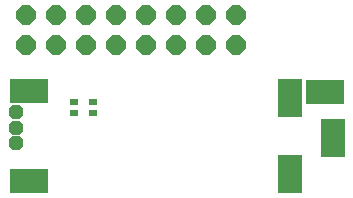
<source format=gbs>
G75*
%MOIN*%
%OFA0B0*%
%FSLAX24Y24*%
%IPPOS*%
%LPD*%
%AMOC8*
5,1,8,0,0,1.08239X$1,22.5*
%
%ADD10R,0.0276X0.0197*%
%ADD11R,0.1300X0.0827*%
%ADD12R,0.0827X0.1300*%
%ADD13OC8,0.0476*%
%ADD14OC8,0.0640*%
D10*
X003083Y005840D03*
X003083Y006194D03*
X003713Y006194D03*
X003713Y005840D03*
D11*
X001587Y003576D03*
X001587Y006568D03*
X011469Y006529D03*
D12*
X010288Y006332D03*
X011705Y004993D03*
X010288Y003812D03*
D13*
X001158Y004836D03*
X001158Y005348D03*
X001158Y005860D03*
D14*
X001473Y008115D03*
X002473Y008115D03*
X003473Y008115D03*
X004473Y008115D03*
X005473Y008115D03*
X006473Y008115D03*
X007473Y008115D03*
X008473Y008115D03*
X008473Y009115D03*
X007473Y009115D03*
X006473Y009115D03*
X005473Y009115D03*
X004473Y009115D03*
X003473Y009115D03*
X002473Y009115D03*
X001473Y009115D03*
M02*

</source>
